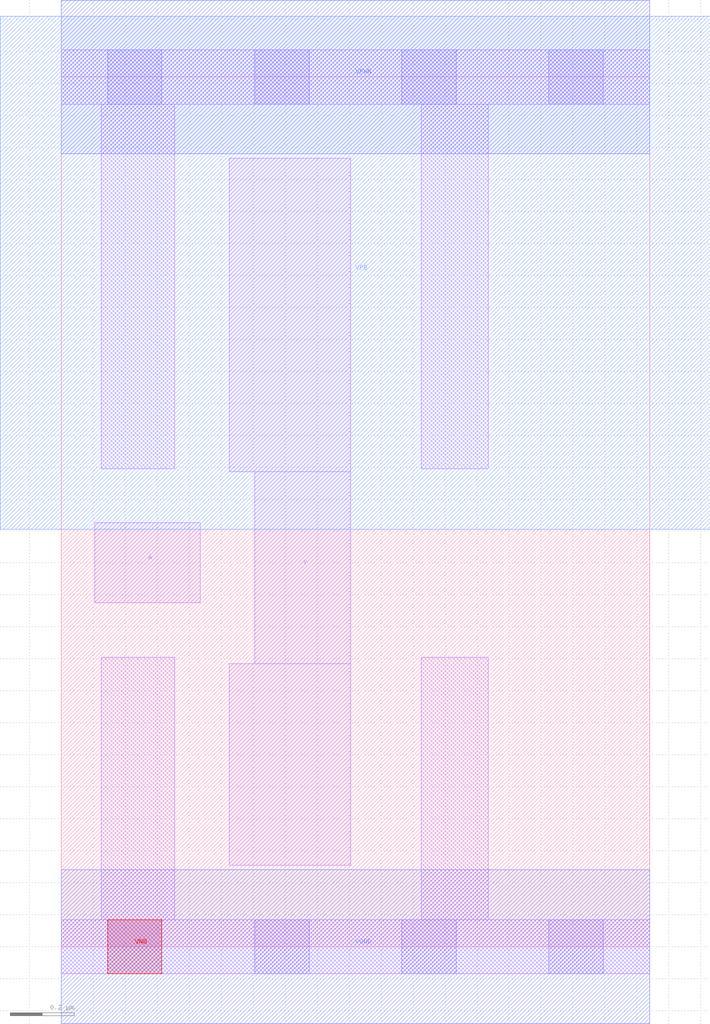
<source format=lef>
# Copyright 2020 The SkyWater PDK Authors
#
# Licensed under the Apache License, Version 2.0 (the "License");
# you may not use this file except in compliance with the License.
# You may obtain a copy of the License at
#
#     https://www.apache.org/licenses/LICENSE-2.0
#
# Unless required by applicable law or agreed to in writing, software
# distributed under the License is distributed on an "AS IS" BASIS,
# WITHOUT WARRANTIES OR CONDITIONS OF ANY KIND, either express or implied.
# See the License for the specific language governing permissions and
# limitations under the License.
#
# SPDX-License-Identifier: Apache-2.0

VERSION 5.7 ;
  NOWIREEXTENSIONATPIN ON ;
  DIVIDERCHAR "/" ;
  BUSBITCHARS "[]" ;
PROPERTYDEFINITIONS
  MACRO maskLayoutSubType STRING ;
  MACRO prCellType STRING ;
  MACRO originalViewName STRING ;
END PROPERTYDEFINITIONS
MACRO sky130_fd_sc_hdll__inv_2
  CLASS CORE ;
  FOREIGN sky130_fd_sc_hdll__inv_2 ;
  ORIGIN  0.000000  0.000000 ;
  SIZE  1.840000 BY  2.720000 ;
  SYMMETRY X Y R90 ;
  SITE unithd ;
  PIN A
    ANTENNAGATEAREA  0.555000 ;
    DIRECTION INPUT ;
    USE SIGNAL ;
    PORT
      LAYER li1 ;
        RECT 0.105000 1.075000 0.435000 1.325000 ;
    END
  END A
  PIN VGND
    ANTENNADIFFAREA  0.370500 ;
    DIRECTION INOUT ;
    USE SIGNAL ;
    PORT
      LAYER met1 ;
        RECT 0.000000 -0.240000 1.840000 0.240000 ;
    END
  END VGND
  PIN VNB
    PORT
      LAYER pwell ;
        RECT 0.145000 -0.085000 0.315000 0.085000 ;
    END
  END VNB
  PIN VPB
    PORT
      LAYER nwell ;
        RECT -0.190000 1.305000 2.030000 2.910000 ;
    END
  END VPB
  PIN VPWR
    ANTENNADIFFAREA  0.540000 ;
    DIRECTION INOUT ;
    USE SIGNAL ;
    PORT
      LAYER met1 ;
        RECT 0.000000 2.480000 1.840000 2.960000 ;
    END
  END VPWR
  PIN Y
    ANTENNADIFFAREA  0.498000 ;
    DIRECTION OUTPUT ;
    USE SIGNAL ;
    PORT
      LAYER li1 ;
        RECT 0.525000 0.255000 0.905000 0.885000 ;
        RECT 0.525000 1.485000 0.905000 2.465000 ;
        RECT 0.605000 0.885000 0.905000 1.485000 ;
    END
  END Y
  OBS
    LAYER li1 ;
      RECT 0.000000 -0.085000 1.840000 0.085000 ;
      RECT 0.000000  2.635000 1.840000 2.805000 ;
      RECT 0.125000  0.085000 0.355000 0.905000 ;
      RECT 0.125000  1.495000 0.355000 2.635000 ;
      RECT 1.125000  0.085000 1.335000 0.905000 ;
      RECT 1.125000  1.495000 1.335000 2.635000 ;
    LAYER mcon ;
      RECT 0.145000 -0.085000 0.315000 0.085000 ;
      RECT 0.145000  2.635000 0.315000 2.805000 ;
      RECT 0.605000 -0.085000 0.775000 0.085000 ;
      RECT 0.605000  2.635000 0.775000 2.805000 ;
      RECT 1.065000 -0.085000 1.235000 0.085000 ;
      RECT 1.065000  2.635000 1.235000 2.805000 ;
      RECT 1.525000 -0.085000 1.695000 0.085000 ;
      RECT 1.525000  2.635000 1.695000 2.805000 ;
  END
  PROPERTY maskLayoutSubType "abstract" ;
  PROPERTY prCellType "standard" ;
  PROPERTY originalViewName "layout" ;
END sky130_fd_sc_hdll__inv_2
END LIBRARY

</source>
